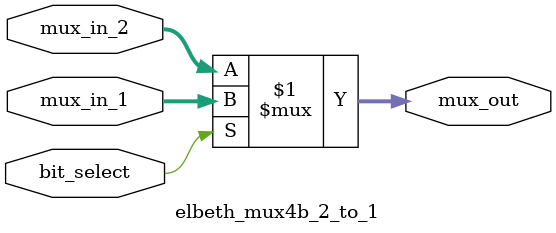
<source format=v>
module elbeth_mux4b_2_to_1(
	input [3:0]		mux_in_1,
	input [3:0]		mux_in_2,
	input 				bit_select,
	output [3:0]		mux_out
    );

	assign mux_out = (bit_select) ? mux_in_1 : mux_in_2; 
	 
endmodule // elbeth_mux_2_to_1
</source>
